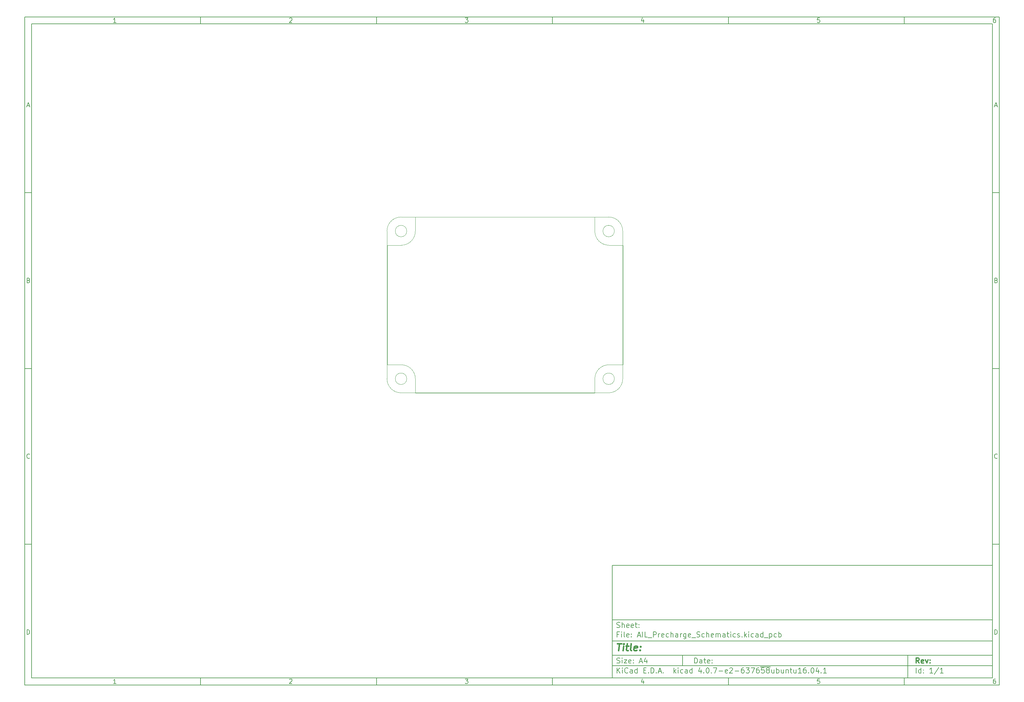
<source format=gbr>
G04 #@! TF.FileFunction,Profile,NP*
%FSLAX46Y46*%
G04 Gerber Fmt 4.6, Leading zero omitted, Abs format (unit mm)*
G04 Created by KiCad (PCBNEW 4.0.7-e2-6376~58~ubuntu16.04.1) date Thu Nov  9 22:46:50 2017*
%MOMM*%
%LPD*%
G01*
G04 APERTURE LIST*
%ADD10C,0.100000*%
%ADD11C,0.150000*%
%ADD12C,0.300000*%
%ADD13C,0.400000*%
G04 APERTURE END LIST*
D10*
D11*
X177002200Y-166007200D02*
X177002200Y-198007200D01*
X285002200Y-198007200D01*
X285002200Y-166007200D01*
X177002200Y-166007200D01*
D10*
D11*
X10000000Y-10000000D02*
X10000000Y-200007200D01*
X287002200Y-200007200D01*
X287002200Y-10000000D01*
X10000000Y-10000000D01*
D10*
D11*
X12000000Y-12000000D02*
X12000000Y-198007200D01*
X285002200Y-198007200D01*
X285002200Y-12000000D01*
X12000000Y-12000000D01*
D10*
D11*
X60000000Y-12000000D02*
X60000000Y-10000000D01*
D10*
D11*
X110000000Y-12000000D02*
X110000000Y-10000000D01*
D10*
D11*
X160000000Y-12000000D02*
X160000000Y-10000000D01*
D10*
D11*
X210000000Y-12000000D02*
X210000000Y-10000000D01*
D10*
D11*
X260000000Y-12000000D02*
X260000000Y-10000000D01*
D10*
D11*
X35990476Y-11588095D02*
X35247619Y-11588095D01*
X35619048Y-11588095D02*
X35619048Y-10288095D01*
X35495238Y-10473810D01*
X35371429Y-10597619D01*
X35247619Y-10659524D01*
D10*
D11*
X85247619Y-10411905D02*
X85309524Y-10350000D01*
X85433333Y-10288095D01*
X85742857Y-10288095D01*
X85866667Y-10350000D01*
X85928571Y-10411905D01*
X85990476Y-10535714D01*
X85990476Y-10659524D01*
X85928571Y-10845238D01*
X85185714Y-11588095D01*
X85990476Y-11588095D01*
D10*
D11*
X135185714Y-10288095D02*
X135990476Y-10288095D01*
X135557143Y-10783333D01*
X135742857Y-10783333D01*
X135866667Y-10845238D01*
X135928571Y-10907143D01*
X135990476Y-11030952D01*
X135990476Y-11340476D01*
X135928571Y-11464286D01*
X135866667Y-11526190D01*
X135742857Y-11588095D01*
X135371429Y-11588095D01*
X135247619Y-11526190D01*
X135185714Y-11464286D01*
D10*
D11*
X185866667Y-10721429D02*
X185866667Y-11588095D01*
X185557143Y-10226190D02*
X185247619Y-11154762D01*
X186052381Y-11154762D01*
D10*
D11*
X235928571Y-10288095D02*
X235309524Y-10288095D01*
X235247619Y-10907143D01*
X235309524Y-10845238D01*
X235433333Y-10783333D01*
X235742857Y-10783333D01*
X235866667Y-10845238D01*
X235928571Y-10907143D01*
X235990476Y-11030952D01*
X235990476Y-11340476D01*
X235928571Y-11464286D01*
X235866667Y-11526190D01*
X235742857Y-11588095D01*
X235433333Y-11588095D01*
X235309524Y-11526190D01*
X235247619Y-11464286D01*
D10*
D11*
X285866667Y-10288095D02*
X285619048Y-10288095D01*
X285495238Y-10350000D01*
X285433333Y-10411905D01*
X285309524Y-10597619D01*
X285247619Y-10845238D01*
X285247619Y-11340476D01*
X285309524Y-11464286D01*
X285371429Y-11526190D01*
X285495238Y-11588095D01*
X285742857Y-11588095D01*
X285866667Y-11526190D01*
X285928571Y-11464286D01*
X285990476Y-11340476D01*
X285990476Y-11030952D01*
X285928571Y-10907143D01*
X285866667Y-10845238D01*
X285742857Y-10783333D01*
X285495238Y-10783333D01*
X285371429Y-10845238D01*
X285309524Y-10907143D01*
X285247619Y-11030952D01*
D10*
D11*
X60000000Y-198007200D02*
X60000000Y-200007200D01*
D10*
D11*
X110000000Y-198007200D02*
X110000000Y-200007200D01*
D10*
D11*
X160000000Y-198007200D02*
X160000000Y-200007200D01*
D10*
D11*
X210000000Y-198007200D02*
X210000000Y-200007200D01*
D10*
D11*
X260000000Y-198007200D02*
X260000000Y-200007200D01*
D10*
D11*
X35990476Y-199595295D02*
X35247619Y-199595295D01*
X35619048Y-199595295D02*
X35619048Y-198295295D01*
X35495238Y-198481010D01*
X35371429Y-198604819D01*
X35247619Y-198666724D01*
D10*
D11*
X85247619Y-198419105D02*
X85309524Y-198357200D01*
X85433333Y-198295295D01*
X85742857Y-198295295D01*
X85866667Y-198357200D01*
X85928571Y-198419105D01*
X85990476Y-198542914D01*
X85990476Y-198666724D01*
X85928571Y-198852438D01*
X85185714Y-199595295D01*
X85990476Y-199595295D01*
D10*
D11*
X135185714Y-198295295D02*
X135990476Y-198295295D01*
X135557143Y-198790533D01*
X135742857Y-198790533D01*
X135866667Y-198852438D01*
X135928571Y-198914343D01*
X135990476Y-199038152D01*
X135990476Y-199347676D01*
X135928571Y-199471486D01*
X135866667Y-199533390D01*
X135742857Y-199595295D01*
X135371429Y-199595295D01*
X135247619Y-199533390D01*
X135185714Y-199471486D01*
D10*
D11*
X185866667Y-198728629D02*
X185866667Y-199595295D01*
X185557143Y-198233390D02*
X185247619Y-199161962D01*
X186052381Y-199161962D01*
D10*
D11*
X235928571Y-198295295D02*
X235309524Y-198295295D01*
X235247619Y-198914343D01*
X235309524Y-198852438D01*
X235433333Y-198790533D01*
X235742857Y-198790533D01*
X235866667Y-198852438D01*
X235928571Y-198914343D01*
X235990476Y-199038152D01*
X235990476Y-199347676D01*
X235928571Y-199471486D01*
X235866667Y-199533390D01*
X235742857Y-199595295D01*
X235433333Y-199595295D01*
X235309524Y-199533390D01*
X235247619Y-199471486D01*
D10*
D11*
X285866667Y-198295295D02*
X285619048Y-198295295D01*
X285495238Y-198357200D01*
X285433333Y-198419105D01*
X285309524Y-198604819D01*
X285247619Y-198852438D01*
X285247619Y-199347676D01*
X285309524Y-199471486D01*
X285371429Y-199533390D01*
X285495238Y-199595295D01*
X285742857Y-199595295D01*
X285866667Y-199533390D01*
X285928571Y-199471486D01*
X285990476Y-199347676D01*
X285990476Y-199038152D01*
X285928571Y-198914343D01*
X285866667Y-198852438D01*
X285742857Y-198790533D01*
X285495238Y-198790533D01*
X285371429Y-198852438D01*
X285309524Y-198914343D01*
X285247619Y-199038152D01*
D10*
D11*
X10000000Y-60000000D02*
X12000000Y-60000000D01*
D10*
D11*
X10000000Y-110000000D02*
X12000000Y-110000000D01*
D10*
D11*
X10000000Y-160000000D02*
X12000000Y-160000000D01*
D10*
D11*
X10690476Y-35216667D02*
X11309524Y-35216667D01*
X10566667Y-35588095D02*
X11000000Y-34288095D01*
X11433333Y-35588095D01*
D10*
D11*
X11092857Y-84907143D02*
X11278571Y-84969048D01*
X11340476Y-85030952D01*
X11402381Y-85154762D01*
X11402381Y-85340476D01*
X11340476Y-85464286D01*
X11278571Y-85526190D01*
X11154762Y-85588095D01*
X10659524Y-85588095D01*
X10659524Y-84288095D01*
X11092857Y-84288095D01*
X11216667Y-84350000D01*
X11278571Y-84411905D01*
X11340476Y-84535714D01*
X11340476Y-84659524D01*
X11278571Y-84783333D01*
X11216667Y-84845238D01*
X11092857Y-84907143D01*
X10659524Y-84907143D01*
D10*
D11*
X11402381Y-135464286D02*
X11340476Y-135526190D01*
X11154762Y-135588095D01*
X11030952Y-135588095D01*
X10845238Y-135526190D01*
X10721429Y-135402381D01*
X10659524Y-135278571D01*
X10597619Y-135030952D01*
X10597619Y-134845238D01*
X10659524Y-134597619D01*
X10721429Y-134473810D01*
X10845238Y-134350000D01*
X11030952Y-134288095D01*
X11154762Y-134288095D01*
X11340476Y-134350000D01*
X11402381Y-134411905D01*
D10*
D11*
X10659524Y-185588095D02*
X10659524Y-184288095D01*
X10969048Y-184288095D01*
X11154762Y-184350000D01*
X11278571Y-184473810D01*
X11340476Y-184597619D01*
X11402381Y-184845238D01*
X11402381Y-185030952D01*
X11340476Y-185278571D01*
X11278571Y-185402381D01*
X11154762Y-185526190D01*
X10969048Y-185588095D01*
X10659524Y-185588095D01*
D10*
D11*
X287002200Y-60000000D02*
X285002200Y-60000000D01*
D10*
D11*
X287002200Y-110000000D02*
X285002200Y-110000000D01*
D10*
D11*
X287002200Y-160000000D02*
X285002200Y-160000000D01*
D10*
D11*
X285692676Y-35216667D02*
X286311724Y-35216667D01*
X285568867Y-35588095D02*
X286002200Y-34288095D01*
X286435533Y-35588095D01*
D10*
D11*
X286095057Y-84907143D02*
X286280771Y-84969048D01*
X286342676Y-85030952D01*
X286404581Y-85154762D01*
X286404581Y-85340476D01*
X286342676Y-85464286D01*
X286280771Y-85526190D01*
X286156962Y-85588095D01*
X285661724Y-85588095D01*
X285661724Y-84288095D01*
X286095057Y-84288095D01*
X286218867Y-84350000D01*
X286280771Y-84411905D01*
X286342676Y-84535714D01*
X286342676Y-84659524D01*
X286280771Y-84783333D01*
X286218867Y-84845238D01*
X286095057Y-84907143D01*
X285661724Y-84907143D01*
D10*
D11*
X286404581Y-135464286D02*
X286342676Y-135526190D01*
X286156962Y-135588095D01*
X286033152Y-135588095D01*
X285847438Y-135526190D01*
X285723629Y-135402381D01*
X285661724Y-135278571D01*
X285599819Y-135030952D01*
X285599819Y-134845238D01*
X285661724Y-134597619D01*
X285723629Y-134473810D01*
X285847438Y-134350000D01*
X286033152Y-134288095D01*
X286156962Y-134288095D01*
X286342676Y-134350000D01*
X286404581Y-134411905D01*
D10*
D11*
X285661724Y-185588095D02*
X285661724Y-184288095D01*
X285971248Y-184288095D01*
X286156962Y-184350000D01*
X286280771Y-184473810D01*
X286342676Y-184597619D01*
X286404581Y-184845238D01*
X286404581Y-185030952D01*
X286342676Y-185278571D01*
X286280771Y-185402381D01*
X286156962Y-185526190D01*
X285971248Y-185588095D01*
X285661724Y-185588095D01*
D10*
D11*
X200359343Y-193785771D02*
X200359343Y-192285771D01*
X200716486Y-192285771D01*
X200930771Y-192357200D01*
X201073629Y-192500057D01*
X201145057Y-192642914D01*
X201216486Y-192928629D01*
X201216486Y-193142914D01*
X201145057Y-193428629D01*
X201073629Y-193571486D01*
X200930771Y-193714343D01*
X200716486Y-193785771D01*
X200359343Y-193785771D01*
X202502200Y-193785771D02*
X202502200Y-193000057D01*
X202430771Y-192857200D01*
X202287914Y-192785771D01*
X202002200Y-192785771D01*
X201859343Y-192857200D01*
X202502200Y-193714343D02*
X202359343Y-193785771D01*
X202002200Y-193785771D01*
X201859343Y-193714343D01*
X201787914Y-193571486D01*
X201787914Y-193428629D01*
X201859343Y-193285771D01*
X202002200Y-193214343D01*
X202359343Y-193214343D01*
X202502200Y-193142914D01*
X203002200Y-192785771D02*
X203573629Y-192785771D01*
X203216486Y-192285771D02*
X203216486Y-193571486D01*
X203287914Y-193714343D01*
X203430772Y-193785771D01*
X203573629Y-193785771D01*
X204645057Y-193714343D02*
X204502200Y-193785771D01*
X204216486Y-193785771D01*
X204073629Y-193714343D01*
X204002200Y-193571486D01*
X204002200Y-193000057D01*
X204073629Y-192857200D01*
X204216486Y-192785771D01*
X204502200Y-192785771D01*
X204645057Y-192857200D01*
X204716486Y-193000057D01*
X204716486Y-193142914D01*
X204002200Y-193285771D01*
X205359343Y-193642914D02*
X205430771Y-193714343D01*
X205359343Y-193785771D01*
X205287914Y-193714343D01*
X205359343Y-193642914D01*
X205359343Y-193785771D01*
X205359343Y-192857200D02*
X205430771Y-192928629D01*
X205359343Y-193000057D01*
X205287914Y-192928629D01*
X205359343Y-192857200D01*
X205359343Y-193000057D01*
D10*
D11*
X177002200Y-194507200D02*
X285002200Y-194507200D01*
D10*
D11*
X178359343Y-196585771D02*
X178359343Y-195085771D01*
X179216486Y-196585771D02*
X178573629Y-195728629D01*
X179216486Y-195085771D02*
X178359343Y-195942914D01*
X179859343Y-196585771D02*
X179859343Y-195585771D01*
X179859343Y-195085771D02*
X179787914Y-195157200D01*
X179859343Y-195228629D01*
X179930771Y-195157200D01*
X179859343Y-195085771D01*
X179859343Y-195228629D01*
X181430772Y-196442914D02*
X181359343Y-196514343D01*
X181145057Y-196585771D01*
X181002200Y-196585771D01*
X180787915Y-196514343D01*
X180645057Y-196371486D01*
X180573629Y-196228629D01*
X180502200Y-195942914D01*
X180502200Y-195728629D01*
X180573629Y-195442914D01*
X180645057Y-195300057D01*
X180787915Y-195157200D01*
X181002200Y-195085771D01*
X181145057Y-195085771D01*
X181359343Y-195157200D01*
X181430772Y-195228629D01*
X182716486Y-196585771D02*
X182716486Y-195800057D01*
X182645057Y-195657200D01*
X182502200Y-195585771D01*
X182216486Y-195585771D01*
X182073629Y-195657200D01*
X182716486Y-196514343D02*
X182573629Y-196585771D01*
X182216486Y-196585771D01*
X182073629Y-196514343D01*
X182002200Y-196371486D01*
X182002200Y-196228629D01*
X182073629Y-196085771D01*
X182216486Y-196014343D01*
X182573629Y-196014343D01*
X182716486Y-195942914D01*
X184073629Y-196585771D02*
X184073629Y-195085771D01*
X184073629Y-196514343D02*
X183930772Y-196585771D01*
X183645058Y-196585771D01*
X183502200Y-196514343D01*
X183430772Y-196442914D01*
X183359343Y-196300057D01*
X183359343Y-195871486D01*
X183430772Y-195728629D01*
X183502200Y-195657200D01*
X183645058Y-195585771D01*
X183930772Y-195585771D01*
X184073629Y-195657200D01*
X185930772Y-195800057D02*
X186430772Y-195800057D01*
X186645058Y-196585771D02*
X185930772Y-196585771D01*
X185930772Y-195085771D01*
X186645058Y-195085771D01*
X187287915Y-196442914D02*
X187359343Y-196514343D01*
X187287915Y-196585771D01*
X187216486Y-196514343D01*
X187287915Y-196442914D01*
X187287915Y-196585771D01*
X188002201Y-196585771D02*
X188002201Y-195085771D01*
X188359344Y-195085771D01*
X188573629Y-195157200D01*
X188716487Y-195300057D01*
X188787915Y-195442914D01*
X188859344Y-195728629D01*
X188859344Y-195942914D01*
X188787915Y-196228629D01*
X188716487Y-196371486D01*
X188573629Y-196514343D01*
X188359344Y-196585771D01*
X188002201Y-196585771D01*
X189502201Y-196442914D02*
X189573629Y-196514343D01*
X189502201Y-196585771D01*
X189430772Y-196514343D01*
X189502201Y-196442914D01*
X189502201Y-196585771D01*
X190145058Y-196157200D02*
X190859344Y-196157200D01*
X190002201Y-196585771D02*
X190502201Y-195085771D01*
X191002201Y-196585771D01*
X191502201Y-196442914D02*
X191573629Y-196514343D01*
X191502201Y-196585771D01*
X191430772Y-196514343D01*
X191502201Y-196442914D01*
X191502201Y-196585771D01*
X194502201Y-196585771D02*
X194502201Y-195085771D01*
X194645058Y-196014343D02*
X195073629Y-196585771D01*
X195073629Y-195585771D02*
X194502201Y-196157200D01*
X195716487Y-196585771D02*
X195716487Y-195585771D01*
X195716487Y-195085771D02*
X195645058Y-195157200D01*
X195716487Y-195228629D01*
X195787915Y-195157200D01*
X195716487Y-195085771D01*
X195716487Y-195228629D01*
X197073630Y-196514343D02*
X196930773Y-196585771D01*
X196645059Y-196585771D01*
X196502201Y-196514343D01*
X196430773Y-196442914D01*
X196359344Y-196300057D01*
X196359344Y-195871486D01*
X196430773Y-195728629D01*
X196502201Y-195657200D01*
X196645059Y-195585771D01*
X196930773Y-195585771D01*
X197073630Y-195657200D01*
X198359344Y-196585771D02*
X198359344Y-195800057D01*
X198287915Y-195657200D01*
X198145058Y-195585771D01*
X197859344Y-195585771D01*
X197716487Y-195657200D01*
X198359344Y-196514343D02*
X198216487Y-196585771D01*
X197859344Y-196585771D01*
X197716487Y-196514343D01*
X197645058Y-196371486D01*
X197645058Y-196228629D01*
X197716487Y-196085771D01*
X197859344Y-196014343D01*
X198216487Y-196014343D01*
X198359344Y-195942914D01*
X199716487Y-196585771D02*
X199716487Y-195085771D01*
X199716487Y-196514343D02*
X199573630Y-196585771D01*
X199287916Y-196585771D01*
X199145058Y-196514343D01*
X199073630Y-196442914D01*
X199002201Y-196300057D01*
X199002201Y-195871486D01*
X199073630Y-195728629D01*
X199145058Y-195657200D01*
X199287916Y-195585771D01*
X199573630Y-195585771D01*
X199716487Y-195657200D01*
X202216487Y-195585771D02*
X202216487Y-196585771D01*
X201859344Y-195014343D02*
X201502201Y-196085771D01*
X202430773Y-196085771D01*
X203002201Y-196442914D02*
X203073629Y-196514343D01*
X203002201Y-196585771D01*
X202930772Y-196514343D01*
X203002201Y-196442914D01*
X203002201Y-196585771D01*
X204002201Y-195085771D02*
X204145058Y-195085771D01*
X204287915Y-195157200D01*
X204359344Y-195228629D01*
X204430773Y-195371486D01*
X204502201Y-195657200D01*
X204502201Y-196014343D01*
X204430773Y-196300057D01*
X204359344Y-196442914D01*
X204287915Y-196514343D01*
X204145058Y-196585771D01*
X204002201Y-196585771D01*
X203859344Y-196514343D01*
X203787915Y-196442914D01*
X203716487Y-196300057D01*
X203645058Y-196014343D01*
X203645058Y-195657200D01*
X203716487Y-195371486D01*
X203787915Y-195228629D01*
X203859344Y-195157200D01*
X204002201Y-195085771D01*
X205145058Y-196442914D02*
X205216486Y-196514343D01*
X205145058Y-196585771D01*
X205073629Y-196514343D01*
X205145058Y-196442914D01*
X205145058Y-196585771D01*
X205716487Y-195085771D02*
X206716487Y-195085771D01*
X206073630Y-196585771D01*
X207287915Y-196014343D02*
X208430772Y-196014343D01*
X209716486Y-196514343D02*
X209573629Y-196585771D01*
X209287915Y-196585771D01*
X209145058Y-196514343D01*
X209073629Y-196371486D01*
X209073629Y-195800057D01*
X209145058Y-195657200D01*
X209287915Y-195585771D01*
X209573629Y-195585771D01*
X209716486Y-195657200D01*
X209787915Y-195800057D01*
X209787915Y-195942914D01*
X209073629Y-196085771D01*
X210359343Y-195228629D02*
X210430772Y-195157200D01*
X210573629Y-195085771D01*
X210930772Y-195085771D01*
X211073629Y-195157200D01*
X211145058Y-195228629D01*
X211216486Y-195371486D01*
X211216486Y-195514343D01*
X211145058Y-195728629D01*
X210287915Y-196585771D01*
X211216486Y-196585771D01*
X211859343Y-196014343D02*
X213002200Y-196014343D01*
X214359343Y-195085771D02*
X214073629Y-195085771D01*
X213930772Y-195157200D01*
X213859343Y-195228629D01*
X213716486Y-195442914D01*
X213645057Y-195728629D01*
X213645057Y-196300057D01*
X213716486Y-196442914D01*
X213787914Y-196514343D01*
X213930772Y-196585771D01*
X214216486Y-196585771D01*
X214359343Y-196514343D01*
X214430772Y-196442914D01*
X214502200Y-196300057D01*
X214502200Y-195942914D01*
X214430772Y-195800057D01*
X214359343Y-195728629D01*
X214216486Y-195657200D01*
X213930772Y-195657200D01*
X213787914Y-195728629D01*
X213716486Y-195800057D01*
X213645057Y-195942914D01*
X215002200Y-195085771D02*
X215930771Y-195085771D01*
X215430771Y-195657200D01*
X215645057Y-195657200D01*
X215787914Y-195728629D01*
X215859343Y-195800057D01*
X215930771Y-195942914D01*
X215930771Y-196300057D01*
X215859343Y-196442914D01*
X215787914Y-196514343D01*
X215645057Y-196585771D01*
X215216485Y-196585771D01*
X215073628Y-196514343D01*
X215002200Y-196442914D01*
X216430771Y-195085771D02*
X217430771Y-195085771D01*
X216787914Y-196585771D01*
X218645056Y-195085771D02*
X218359342Y-195085771D01*
X218216485Y-195157200D01*
X218145056Y-195228629D01*
X218002199Y-195442914D01*
X217930770Y-195728629D01*
X217930770Y-196300057D01*
X218002199Y-196442914D01*
X218073627Y-196514343D01*
X218216485Y-196585771D01*
X218502199Y-196585771D01*
X218645056Y-196514343D01*
X218716485Y-196442914D01*
X218787913Y-196300057D01*
X218787913Y-195942914D01*
X218716485Y-195800057D01*
X218645056Y-195728629D01*
X218502199Y-195657200D01*
X218216485Y-195657200D01*
X218073627Y-195728629D01*
X218002199Y-195800057D01*
X217930770Y-195942914D01*
X220145056Y-195085771D02*
X219430770Y-195085771D01*
X219359341Y-195800057D01*
X219430770Y-195728629D01*
X219573627Y-195657200D01*
X219930770Y-195657200D01*
X220073627Y-195728629D01*
X220145056Y-195800057D01*
X220216484Y-195942914D01*
X220216484Y-196300057D01*
X220145056Y-196442914D01*
X220073627Y-196514343D01*
X219930770Y-196585771D01*
X219573627Y-196585771D01*
X219430770Y-196514343D01*
X219359341Y-196442914D01*
X221073627Y-195728629D02*
X220930769Y-195657200D01*
X220859341Y-195585771D01*
X220787912Y-195442914D01*
X220787912Y-195371486D01*
X220859341Y-195228629D01*
X220930769Y-195157200D01*
X221073627Y-195085771D01*
X221359341Y-195085771D01*
X221502198Y-195157200D01*
X221573627Y-195228629D01*
X221645055Y-195371486D01*
X221645055Y-195442914D01*
X221573627Y-195585771D01*
X221502198Y-195657200D01*
X221359341Y-195728629D01*
X221073627Y-195728629D01*
X220930769Y-195800057D01*
X220859341Y-195871486D01*
X220787912Y-196014343D01*
X220787912Y-196300057D01*
X220859341Y-196442914D01*
X220930769Y-196514343D01*
X221073627Y-196585771D01*
X221359341Y-196585771D01*
X221502198Y-196514343D01*
X221573627Y-196442914D01*
X221645055Y-196300057D01*
X221645055Y-196014343D01*
X221573627Y-195871486D01*
X221502198Y-195800057D01*
X221359341Y-195728629D01*
X219073627Y-194827200D02*
X221930769Y-194827200D01*
X222930769Y-195585771D02*
X222930769Y-196585771D01*
X222287912Y-195585771D02*
X222287912Y-196371486D01*
X222359340Y-196514343D01*
X222502198Y-196585771D01*
X222716483Y-196585771D01*
X222859340Y-196514343D01*
X222930769Y-196442914D01*
X223645055Y-196585771D02*
X223645055Y-195085771D01*
X223645055Y-195657200D02*
X223787912Y-195585771D01*
X224073626Y-195585771D01*
X224216483Y-195657200D01*
X224287912Y-195728629D01*
X224359341Y-195871486D01*
X224359341Y-196300057D01*
X224287912Y-196442914D01*
X224216483Y-196514343D01*
X224073626Y-196585771D01*
X223787912Y-196585771D01*
X223645055Y-196514343D01*
X225645055Y-195585771D02*
X225645055Y-196585771D01*
X225002198Y-195585771D02*
X225002198Y-196371486D01*
X225073626Y-196514343D01*
X225216484Y-196585771D01*
X225430769Y-196585771D01*
X225573626Y-196514343D01*
X225645055Y-196442914D01*
X226359341Y-195585771D02*
X226359341Y-196585771D01*
X226359341Y-195728629D02*
X226430769Y-195657200D01*
X226573627Y-195585771D01*
X226787912Y-195585771D01*
X226930769Y-195657200D01*
X227002198Y-195800057D01*
X227002198Y-196585771D01*
X227502198Y-195585771D02*
X228073627Y-195585771D01*
X227716484Y-195085771D02*
X227716484Y-196371486D01*
X227787912Y-196514343D01*
X227930770Y-196585771D01*
X228073627Y-196585771D01*
X229216484Y-195585771D02*
X229216484Y-196585771D01*
X228573627Y-195585771D02*
X228573627Y-196371486D01*
X228645055Y-196514343D01*
X228787913Y-196585771D01*
X229002198Y-196585771D01*
X229145055Y-196514343D01*
X229216484Y-196442914D01*
X230716484Y-196585771D02*
X229859341Y-196585771D01*
X230287913Y-196585771D02*
X230287913Y-195085771D01*
X230145056Y-195300057D01*
X230002198Y-195442914D01*
X229859341Y-195514343D01*
X232002198Y-195085771D02*
X231716484Y-195085771D01*
X231573627Y-195157200D01*
X231502198Y-195228629D01*
X231359341Y-195442914D01*
X231287912Y-195728629D01*
X231287912Y-196300057D01*
X231359341Y-196442914D01*
X231430769Y-196514343D01*
X231573627Y-196585771D01*
X231859341Y-196585771D01*
X232002198Y-196514343D01*
X232073627Y-196442914D01*
X232145055Y-196300057D01*
X232145055Y-195942914D01*
X232073627Y-195800057D01*
X232002198Y-195728629D01*
X231859341Y-195657200D01*
X231573627Y-195657200D01*
X231430769Y-195728629D01*
X231359341Y-195800057D01*
X231287912Y-195942914D01*
X232787912Y-196442914D02*
X232859340Y-196514343D01*
X232787912Y-196585771D01*
X232716483Y-196514343D01*
X232787912Y-196442914D01*
X232787912Y-196585771D01*
X233787912Y-195085771D02*
X233930769Y-195085771D01*
X234073626Y-195157200D01*
X234145055Y-195228629D01*
X234216484Y-195371486D01*
X234287912Y-195657200D01*
X234287912Y-196014343D01*
X234216484Y-196300057D01*
X234145055Y-196442914D01*
X234073626Y-196514343D01*
X233930769Y-196585771D01*
X233787912Y-196585771D01*
X233645055Y-196514343D01*
X233573626Y-196442914D01*
X233502198Y-196300057D01*
X233430769Y-196014343D01*
X233430769Y-195657200D01*
X233502198Y-195371486D01*
X233573626Y-195228629D01*
X233645055Y-195157200D01*
X233787912Y-195085771D01*
X235573626Y-195585771D02*
X235573626Y-196585771D01*
X235216483Y-195014343D02*
X234859340Y-196085771D01*
X235787912Y-196085771D01*
X236359340Y-196442914D02*
X236430768Y-196514343D01*
X236359340Y-196585771D01*
X236287911Y-196514343D01*
X236359340Y-196442914D01*
X236359340Y-196585771D01*
X237859340Y-196585771D02*
X237002197Y-196585771D01*
X237430769Y-196585771D02*
X237430769Y-195085771D01*
X237287912Y-195300057D01*
X237145054Y-195442914D01*
X237002197Y-195514343D01*
D10*
D11*
X177002200Y-191507200D02*
X285002200Y-191507200D01*
D10*
D12*
X264216486Y-193785771D02*
X263716486Y-193071486D01*
X263359343Y-193785771D02*
X263359343Y-192285771D01*
X263930771Y-192285771D01*
X264073629Y-192357200D01*
X264145057Y-192428629D01*
X264216486Y-192571486D01*
X264216486Y-192785771D01*
X264145057Y-192928629D01*
X264073629Y-193000057D01*
X263930771Y-193071486D01*
X263359343Y-193071486D01*
X265430771Y-193714343D02*
X265287914Y-193785771D01*
X265002200Y-193785771D01*
X264859343Y-193714343D01*
X264787914Y-193571486D01*
X264787914Y-193000057D01*
X264859343Y-192857200D01*
X265002200Y-192785771D01*
X265287914Y-192785771D01*
X265430771Y-192857200D01*
X265502200Y-193000057D01*
X265502200Y-193142914D01*
X264787914Y-193285771D01*
X266002200Y-192785771D02*
X266359343Y-193785771D01*
X266716485Y-192785771D01*
X267287914Y-193642914D02*
X267359342Y-193714343D01*
X267287914Y-193785771D01*
X267216485Y-193714343D01*
X267287914Y-193642914D01*
X267287914Y-193785771D01*
X267287914Y-192857200D02*
X267359342Y-192928629D01*
X267287914Y-193000057D01*
X267216485Y-192928629D01*
X267287914Y-192857200D01*
X267287914Y-193000057D01*
D10*
D11*
X178287914Y-193714343D02*
X178502200Y-193785771D01*
X178859343Y-193785771D01*
X179002200Y-193714343D01*
X179073629Y-193642914D01*
X179145057Y-193500057D01*
X179145057Y-193357200D01*
X179073629Y-193214343D01*
X179002200Y-193142914D01*
X178859343Y-193071486D01*
X178573629Y-193000057D01*
X178430771Y-192928629D01*
X178359343Y-192857200D01*
X178287914Y-192714343D01*
X178287914Y-192571486D01*
X178359343Y-192428629D01*
X178430771Y-192357200D01*
X178573629Y-192285771D01*
X178930771Y-192285771D01*
X179145057Y-192357200D01*
X179787914Y-193785771D02*
X179787914Y-192785771D01*
X179787914Y-192285771D02*
X179716485Y-192357200D01*
X179787914Y-192428629D01*
X179859342Y-192357200D01*
X179787914Y-192285771D01*
X179787914Y-192428629D01*
X180359343Y-192785771D02*
X181145057Y-192785771D01*
X180359343Y-193785771D01*
X181145057Y-193785771D01*
X182287914Y-193714343D02*
X182145057Y-193785771D01*
X181859343Y-193785771D01*
X181716486Y-193714343D01*
X181645057Y-193571486D01*
X181645057Y-193000057D01*
X181716486Y-192857200D01*
X181859343Y-192785771D01*
X182145057Y-192785771D01*
X182287914Y-192857200D01*
X182359343Y-193000057D01*
X182359343Y-193142914D01*
X181645057Y-193285771D01*
X183002200Y-193642914D02*
X183073628Y-193714343D01*
X183002200Y-193785771D01*
X182930771Y-193714343D01*
X183002200Y-193642914D01*
X183002200Y-193785771D01*
X183002200Y-192857200D02*
X183073628Y-192928629D01*
X183002200Y-193000057D01*
X182930771Y-192928629D01*
X183002200Y-192857200D01*
X183002200Y-193000057D01*
X184787914Y-193357200D02*
X185502200Y-193357200D01*
X184645057Y-193785771D02*
X185145057Y-192285771D01*
X185645057Y-193785771D01*
X186787914Y-192785771D02*
X186787914Y-193785771D01*
X186430771Y-192214343D02*
X186073628Y-193285771D01*
X187002200Y-193285771D01*
D10*
D11*
X263359343Y-196585771D02*
X263359343Y-195085771D01*
X264716486Y-196585771D02*
X264716486Y-195085771D01*
X264716486Y-196514343D02*
X264573629Y-196585771D01*
X264287915Y-196585771D01*
X264145057Y-196514343D01*
X264073629Y-196442914D01*
X264002200Y-196300057D01*
X264002200Y-195871486D01*
X264073629Y-195728629D01*
X264145057Y-195657200D01*
X264287915Y-195585771D01*
X264573629Y-195585771D01*
X264716486Y-195657200D01*
X265430772Y-196442914D02*
X265502200Y-196514343D01*
X265430772Y-196585771D01*
X265359343Y-196514343D01*
X265430772Y-196442914D01*
X265430772Y-196585771D01*
X265430772Y-195657200D02*
X265502200Y-195728629D01*
X265430772Y-195800057D01*
X265359343Y-195728629D01*
X265430772Y-195657200D01*
X265430772Y-195800057D01*
X268073629Y-196585771D02*
X267216486Y-196585771D01*
X267645058Y-196585771D02*
X267645058Y-195085771D01*
X267502201Y-195300057D01*
X267359343Y-195442914D01*
X267216486Y-195514343D01*
X269787914Y-195014343D02*
X268502200Y-196942914D01*
X271073629Y-196585771D02*
X270216486Y-196585771D01*
X270645058Y-196585771D02*
X270645058Y-195085771D01*
X270502201Y-195300057D01*
X270359343Y-195442914D01*
X270216486Y-195514343D01*
D10*
D11*
X177002200Y-187507200D02*
X285002200Y-187507200D01*
D10*
D13*
X178454581Y-188211962D02*
X179597438Y-188211962D01*
X178776010Y-190211962D02*
X179026010Y-188211962D01*
X180014105Y-190211962D02*
X180180771Y-188878629D01*
X180264105Y-188211962D02*
X180156962Y-188307200D01*
X180240295Y-188402438D01*
X180347439Y-188307200D01*
X180264105Y-188211962D01*
X180240295Y-188402438D01*
X180847438Y-188878629D02*
X181609343Y-188878629D01*
X181216486Y-188211962D02*
X181002200Y-189926248D01*
X181073630Y-190116724D01*
X181252201Y-190211962D01*
X181442677Y-190211962D01*
X182395058Y-190211962D02*
X182216487Y-190116724D01*
X182145057Y-189926248D01*
X182359343Y-188211962D01*
X183930772Y-190116724D02*
X183728391Y-190211962D01*
X183347439Y-190211962D01*
X183168867Y-190116724D01*
X183097438Y-189926248D01*
X183192676Y-189164343D01*
X183311724Y-188973867D01*
X183514105Y-188878629D01*
X183895057Y-188878629D01*
X184073629Y-188973867D01*
X184145057Y-189164343D01*
X184121248Y-189354819D01*
X183145057Y-189545295D01*
X184895057Y-190021486D02*
X184978392Y-190116724D01*
X184871248Y-190211962D01*
X184787915Y-190116724D01*
X184895057Y-190021486D01*
X184871248Y-190211962D01*
X185026010Y-188973867D02*
X185109344Y-189069105D01*
X185002200Y-189164343D01*
X184918867Y-189069105D01*
X185026010Y-188973867D01*
X185002200Y-189164343D01*
D10*
D11*
X178859343Y-185600057D02*
X178359343Y-185600057D01*
X178359343Y-186385771D02*
X178359343Y-184885771D01*
X179073629Y-184885771D01*
X179645057Y-186385771D02*
X179645057Y-185385771D01*
X179645057Y-184885771D02*
X179573628Y-184957200D01*
X179645057Y-185028629D01*
X179716485Y-184957200D01*
X179645057Y-184885771D01*
X179645057Y-185028629D01*
X180573629Y-186385771D02*
X180430771Y-186314343D01*
X180359343Y-186171486D01*
X180359343Y-184885771D01*
X181716485Y-186314343D02*
X181573628Y-186385771D01*
X181287914Y-186385771D01*
X181145057Y-186314343D01*
X181073628Y-186171486D01*
X181073628Y-185600057D01*
X181145057Y-185457200D01*
X181287914Y-185385771D01*
X181573628Y-185385771D01*
X181716485Y-185457200D01*
X181787914Y-185600057D01*
X181787914Y-185742914D01*
X181073628Y-185885771D01*
X182430771Y-186242914D02*
X182502199Y-186314343D01*
X182430771Y-186385771D01*
X182359342Y-186314343D01*
X182430771Y-186242914D01*
X182430771Y-186385771D01*
X182430771Y-185457200D02*
X182502199Y-185528629D01*
X182430771Y-185600057D01*
X182359342Y-185528629D01*
X182430771Y-185457200D01*
X182430771Y-185600057D01*
X184216485Y-185957200D02*
X184930771Y-185957200D01*
X184073628Y-186385771D02*
X184573628Y-184885771D01*
X185073628Y-186385771D01*
X185573628Y-186385771D02*
X185573628Y-184885771D01*
X187002200Y-186385771D02*
X186287914Y-186385771D01*
X186287914Y-184885771D01*
X187145057Y-186528629D02*
X188287914Y-186528629D01*
X188645057Y-186385771D02*
X188645057Y-184885771D01*
X189216485Y-184885771D01*
X189359343Y-184957200D01*
X189430771Y-185028629D01*
X189502200Y-185171486D01*
X189502200Y-185385771D01*
X189430771Y-185528629D01*
X189359343Y-185600057D01*
X189216485Y-185671486D01*
X188645057Y-185671486D01*
X190145057Y-186385771D02*
X190145057Y-185385771D01*
X190145057Y-185671486D02*
X190216485Y-185528629D01*
X190287914Y-185457200D01*
X190430771Y-185385771D01*
X190573628Y-185385771D01*
X191645056Y-186314343D02*
X191502199Y-186385771D01*
X191216485Y-186385771D01*
X191073628Y-186314343D01*
X191002199Y-186171486D01*
X191002199Y-185600057D01*
X191073628Y-185457200D01*
X191216485Y-185385771D01*
X191502199Y-185385771D01*
X191645056Y-185457200D01*
X191716485Y-185600057D01*
X191716485Y-185742914D01*
X191002199Y-185885771D01*
X193002199Y-186314343D02*
X192859342Y-186385771D01*
X192573628Y-186385771D01*
X192430770Y-186314343D01*
X192359342Y-186242914D01*
X192287913Y-186100057D01*
X192287913Y-185671486D01*
X192359342Y-185528629D01*
X192430770Y-185457200D01*
X192573628Y-185385771D01*
X192859342Y-185385771D01*
X193002199Y-185457200D01*
X193645056Y-186385771D02*
X193645056Y-184885771D01*
X194287913Y-186385771D02*
X194287913Y-185600057D01*
X194216484Y-185457200D01*
X194073627Y-185385771D01*
X193859342Y-185385771D01*
X193716484Y-185457200D01*
X193645056Y-185528629D01*
X195645056Y-186385771D02*
X195645056Y-185600057D01*
X195573627Y-185457200D01*
X195430770Y-185385771D01*
X195145056Y-185385771D01*
X195002199Y-185457200D01*
X195645056Y-186314343D02*
X195502199Y-186385771D01*
X195145056Y-186385771D01*
X195002199Y-186314343D01*
X194930770Y-186171486D01*
X194930770Y-186028629D01*
X195002199Y-185885771D01*
X195145056Y-185814343D01*
X195502199Y-185814343D01*
X195645056Y-185742914D01*
X196359342Y-186385771D02*
X196359342Y-185385771D01*
X196359342Y-185671486D02*
X196430770Y-185528629D01*
X196502199Y-185457200D01*
X196645056Y-185385771D01*
X196787913Y-185385771D01*
X197930770Y-185385771D02*
X197930770Y-186600057D01*
X197859341Y-186742914D01*
X197787913Y-186814343D01*
X197645056Y-186885771D01*
X197430770Y-186885771D01*
X197287913Y-186814343D01*
X197930770Y-186314343D02*
X197787913Y-186385771D01*
X197502199Y-186385771D01*
X197359341Y-186314343D01*
X197287913Y-186242914D01*
X197216484Y-186100057D01*
X197216484Y-185671486D01*
X197287913Y-185528629D01*
X197359341Y-185457200D01*
X197502199Y-185385771D01*
X197787913Y-185385771D01*
X197930770Y-185457200D01*
X199216484Y-186314343D02*
X199073627Y-186385771D01*
X198787913Y-186385771D01*
X198645056Y-186314343D01*
X198573627Y-186171486D01*
X198573627Y-185600057D01*
X198645056Y-185457200D01*
X198787913Y-185385771D01*
X199073627Y-185385771D01*
X199216484Y-185457200D01*
X199287913Y-185600057D01*
X199287913Y-185742914D01*
X198573627Y-185885771D01*
X199573627Y-186528629D02*
X200716484Y-186528629D01*
X201002198Y-186314343D02*
X201216484Y-186385771D01*
X201573627Y-186385771D01*
X201716484Y-186314343D01*
X201787913Y-186242914D01*
X201859341Y-186100057D01*
X201859341Y-185957200D01*
X201787913Y-185814343D01*
X201716484Y-185742914D01*
X201573627Y-185671486D01*
X201287913Y-185600057D01*
X201145055Y-185528629D01*
X201073627Y-185457200D01*
X201002198Y-185314343D01*
X201002198Y-185171486D01*
X201073627Y-185028629D01*
X201145055Y-184957200D01*
X201287913Y-184885771D01*
X201645055Y-184885771D01*
X201859341Y-184957200D01*
X203145055Y-186314343D02*
X203002198Y-186385771D01*
X202716484Y-186385771D01*
X202573626Y-186314343D01*
X202502198Y-186242914D01*
X202430769Y-186100057D01*
X202430769Y-185671486D01*
X202502198Y-185528629D01*
X202573626Y-185457200D01*
X202716484Y-185385771D01*
X203002198Y-185385771D01*
X203145055Y-185457200D01*
X203787912Y-186385771D02*
X203787912Y-184885771D01*
X204430769Y-186385771D02*
X204430769Y-185600057D01*
X204359340Y-185457200D01*
X204216483Y-185385771D01*
X204002198Y-185385771D01*
X203859340Y-185457200D01*
X203787912Y-185528629D01*
X205716483Y-186314343D02*
X205573626Y-186385771D01*
X205287912Y-186385771D01*
X205145055Y-186314343D01*
X205073626Y-186171486D01*
X205073626Y-185600057D01*
X205145055Y-185457200D01*
X205287912Y-185385771D01*
X205573626Y-185385771D01*
X205716483Y-185457200D01*
X205787912Y-185600057D01*
X205787912Y-185742914D01*
X205073626Y-185885771D01*
X206430769Y-186385771D02*
X206430769Y-185385771D01*
X206430769Y-185528629D02*
X206502197Y-185457200D01*
X206645055Y-185385771D01*
X206859340Y-185385771D01*
X207002197Y-185457200D01*
X207073626Y-185600057D01*
X207073626Y-186385771D01*
X207073626Y-185600057D02*
X207145055Y-185457200D01*
X207287912Y-185385771D01*
X207502197Y-185385771D01*
X207645055Y-185457200D01*
X207716483Y-185600057D01*
X207716483Y-186385771D01*
X209073626Y-186385771D02*
X209073626Y-185600057D01*
X209002197Y-185457200D01*
X208859340Y-185385771D01*
X208573626Y-185385771D01*
X208430769Y-185457200D01*
X209073626Y-186314343D02*
X208930769Y-186385771D01*
X208573626Y-186385771D01*
X208430769Y-186314343D01*
X208359340Y-186171486D01*
X208359340Y-186028629D01*
X208430769Y-185885771D01*
X208573626Y-185814343D01*
X208930769Y-185814343D01*
X209073626Y-185742914D01*
X209573626Y-185385771D02*
X210145055Y-185385771D01*
X209787912Y-184885771D02*
X209787912Y-186171486D01*
X209859340Y-186314343D01*
X210002198Y-186385771D01*
X210145055Y-186385771D01*
X210645055Y-186385771D02*
X210645055Y-185385771D01*
X210645055Y-184885771D02*
X210573626Y-184957200D01*
X210645055Y-185028629D01*
X210716483Y-184957200D01*
X210645055Y-184885771D01*
X210645055Y-185028629D01*
X212002198Y-186314343D02*
X211859341Y-186385771D01*
X211573627Y-186385771D01*
X211430769Y-186314343D01*
X211359341Y-186242914D01*
X211287912Y-186100057D01*
X211287912Y-185671486D01*
X211359341Y-185528629D01*
X211430769Y-185457200D01*
X211573627Y-185385771D01*
X211859341Y-185385771D01*
X212002198Y-185457200D01*
X212573626Y-186314343D02*
X212716483Y-186385771D01*
X213002198Y-186385771D01*
X213145055Y-186314343D01*
X213216483Y-186171486D01*
X213216483Y-186100057D01*
X213145055Y-185957200D01*
X213002198Y-185885771D01*
X212787912Y-185885771D01*
X212645055Y-185814343D01*
X212573626Y-185671486D01*
X212573626Y-185600057D01*
X212645055Y-185457200D01*
X212787912Y-185385771D01*
X213002198Y-185385771D01*
X213145055Y-185457200D01*
X213859341Y-186242914D02*
X213930769Y-186314343D01*
X213859341Y-186385771D01*
X213787912Y-186314343D01*
X213859341Y-186242914D01*
X213859341Y-186385771D01*
X214573627Y-186385771D02*
X214573627Y-184885771D01*
X214716484Y-185814343D02*
X215145055Y-186385771D01*
X215145055Y-185385771D02*
X214573627Y-185957200D01*
X215787913Y-186385771D02*
X215787913Y-185385771D01*
X215787913Y-184885771D02*
X215716484Y-184957200D01*
X215787913Y-185028629D01*
X215859341Y-184957200D01*
X215787913Y-184885771D01*
X215787913Y-185028629D01*
X217145056Y-186314343D02*
X217002199Y-186385771D01*
X216716485Y-186385771D01*
X216573627Y-186314343D01*
X216502199Y-186242914D01*
X216430770Y-186100057D01*
X216430770Y-185671486D01*
X216502199Y-185528629D01*
X216573627Y-185457200D01*
X216716485Y-185385771D01*
X217002199Y-185385771D01*
X217145056Y-185457200D01*
X218430770Y-186385771D02*
X218430770Y-185600057D01*
X218359341Y-185457200D01*
X218216484Y-185385771D01*
X217930770Y-185385771D01*
X217787913Y-185457200D01*
X218430770Y-186314343D02*
X218287913Y-186385771D01*
X217930770Y-186385771D01*
X217787913Y-186314343D01*
X217716484Y-186171486D01*
X217716484Y-186028629D01*
X217787913Y-185885771D01*
X217930770Y-185814343D01*
X218287913Y-185814343D01*
X218430770Y-185742914D01*
X219787913Y-186385771D02*
X219787913Y-184885771D01*
X219787913Y-186314343D02*
X219645056Y-186385771D01*
X219359342Y-186385771D01*
X219216484Y-186314343D01*
X219145056Y-186242914D01*
X219073627Y-186100057D01*
X219073627Y-185671486D01*
X219145056Y-185528629D01*
X219216484Y-185457200D01*
X219359342Y-185385771D01*
X219645056Y-185385771D01*
X219787913Y-185457200D01*
X220145056Y-186528629D02*
X221287913Y-186528629D01*
X221645056Y-185385771D02*
X221645056Y-186885771D01*
X221645056Y-185457200D02*
X221787913Y-185385771D01*
X222073627Y-185385771D01*
X222216484Y-185457200D01*
X222287913Y-185528629D01*
X222359342Y-185671486D01*
X222359342Y-186100057D01*
X222287913Y-186242914D01*
X222216484Y-186314343D01*
X222073627Y-186385771D01*
X221787913Y-186385771D01*
X221645056Y-186314343D01*
X223645056Y-186314343D02*
X223502199Y-186385771D01*
X223216485Y-186385771D01*
X223073627Y-186314343D01*
X223002199Y-186242914D01*
X222930770Y-186100057D01*
X222930770Y-185671486D01*
X223002199Y-185528629D01*
X223073627Y-185457200D01*
X223216485Y-185385771D01*
X223502199Y-185385771D01*
X223645056Y-185457200D01*
X224287913Y-186385771D02*
X224287913Y-184885771D01*
X224287913Y-185457200D02*
X224430770Y-185385771D01*
X224716484Y-185385771D01*
X224859341Y-185457200D01*
X224930770Y-185528629D01*
X225002199Y-185671486D01*
X225002199Y-186100057D01*
X224930770Y-186242914D01*
X224859341Y-186314343D01*
X224716484Y-186385771D01*
X224430770Y-186385771D01*
X224287913Y-186314343D01*
D10*
D11*
X177002200Y-181507200D02*
X285002200Y-181507200D01*
D10*
D11*
X178287914Y-183614343D02*
X178502200Y-183685771D01*
X178859343Y-183685771D01*
X179002200Y-183614343D01*
X179073629Y-183542914D01*
X179145057Y-183400057D01*
X179145057Y-183257200D01*
X179073629Y-183114343D01*
X179002200Y-183042914D01*
X178859343Y-182971486D01*
X178573629Y-182900057D01*
X178430771Y-182828629D01*
X178359343Y-182757200D01*
X178287914Y-182614343D01*
X178287914Y-182471486D01*
X178359343Y-182328629D01*
X178430771Y-182257200D01*
X178573629Y-182185771D01*
X178930771Y-182185771D01*
X179145057Y-182257200D01*
X179787914Y-183685771D02*
X179787914Y-182185771D01*
X180430771Y-183685771D02*
X180430771Y-182900057D01*
X180359342Y-182757200D01*
X180216485Y-182685771D01*
X180002200Y-182685771D01*
X179859342Y-182757200D01*
X179787914Y-182828629D01*
X181716485Y-183614343D02*
X181573628Y-183685771D01*
X181287914Y-183685771D01*
X181145057Y-183614343D01*
X181073628Y-183471486D01*
X181073628Y-182900057D01*
X181145057Y-182757200D01*
X181287914Y-182685771D01*
X181573628Y-182685771D01*
X181716485Y-182757200D01*
X181787914Y-182900057D01*
X181787914Y-183042914D01*
X181073628Y-183185771D01*
X183002199Y-183614343D02*
X182859342Y-183685771D01*
X182573628Y-183685771D01*
X182430771Y-183614343D01*
X182359342Y-183471486D01*
X182359342Y-182900057D01*
X182430771Y-182757200D01*
X182573628Y-182685771D01*
X182859342Y-182685771D01*
X183002199Y-182757200D01*
X183073628Y-182900057D01*
X183073628Y-183042914D01*
X182359342Y-183185771D01*
X183502199Y-182685771D02*
X184073628Y-182685771D01*
X183716485Y-182185771D02*
X183716485Y-183471486D01*
X183787913Y-183614343D01*
X183930771Y-183685771D01*
X184073628Y-183685771D01*
X184573628Y-183542914D02*
X184645056Y-183614343D01*
X184573628Y-183685771D01*
X184502199Y-183614343D01*
X184573628Y-183542914D01*
X184573628Y-183685771D01*
X184573628Y-182757200D02*
X184645056Y-182828629D01*
X184573628Y-182900057D01*
X184502199Y-182828629D01*
X184573628Y-182757200D01*
X184573628Y-182900057D01*
D10*
D11*
X197002200Y-191507200D02*
X197002200Y-194507200D01*
D10*
D11*
X261002200Y-191507200D02*
X261002200Y-198007200D01*
D10*
X112961040Y-70908680D02*
X112961040Y-112908680D01*
X116961040Y-116908680D02*
G75*
G02X112961040Y-112908680I0J4000000D01*
G01*
X118592990Y-112908680D02*
G75*
G03X118592990Y-112908680I-1631950J0D01*
G01*
X179961040Y-112908680D02*
G75*
G02X175961040Y-116908680I-4000000J0D01*
G01*
X112961040Y-70908680D02*
G75*
G02X116961040Y-66908680I4000000J0D01*
G01*
X118592990Y-70908680D02*
G75*
G03X118592990Y-70908680I-1631950J0D01*
G01*
X179961040Y-70908680D02*
X179961040Y-112908680D01*
X177592990Y-112908680D02*
G75*
G03X177592990Y-112908680I-1631950J0D01*
G01*
X175961040Y-66908680D02*
G75*
G02X179961040Y-70908680I0J-4000000D01*
G01*
X177592990Y-70908680D02*
G75*
G03X177592990Y-70908680I-1631950J0D01*
G01*
X175961040Y-116908680D02*
X116961040Y-116908680D01*
X175961040Y-66908680D02*
X116961040Y-66908680D01*
X176030000Y-108930000D02*
X180030000Y-108930000D01*
X172030000Y-112930000D02*
G75*
G02X176030000Y-108930000I4000000J0D01*
G01*
X172030000Y-116930000D02*
X172030000Y-112930000D01*
X172030000Y-116930000D02*
X121030000Y-116930000D01*
X172030000Y-66930000D02*
X172030000Y-70930000D01*
X176030000Y-74930000D02*
G75*
G02X172030000Y-70930000I0J4000000D01*
G01*
X176030000Y-74930000D02*
X180030000Y-74930000D01*
X180030000Y-74930000D02*
X180030000Y-108930000D01*
X117030000Y-74930000D02*
X113030000Y-74930000D01*
X121030000Y-70930000D02*
G75*
G02X117030000Y-74930000I-4000000J0D01*
G01*
X121030000Y-66930000D02*
X121030000Y-70930000D01*
X172030000Y-66930000D02*
X121030000Y-66930000D01*
X121030000Y-116930000D02*
X121030000Y-112930000D01*
X117030000Y-108930000D02*
G75*
G02X121030000Y-112930000I0J-4000000D01*
G01*
X117030000Y-108930000D02*
X113030000Y-108930000D01*
X113030000Y-74930000D02*
X113030000Y-108930000D01*
M02*

</source>
